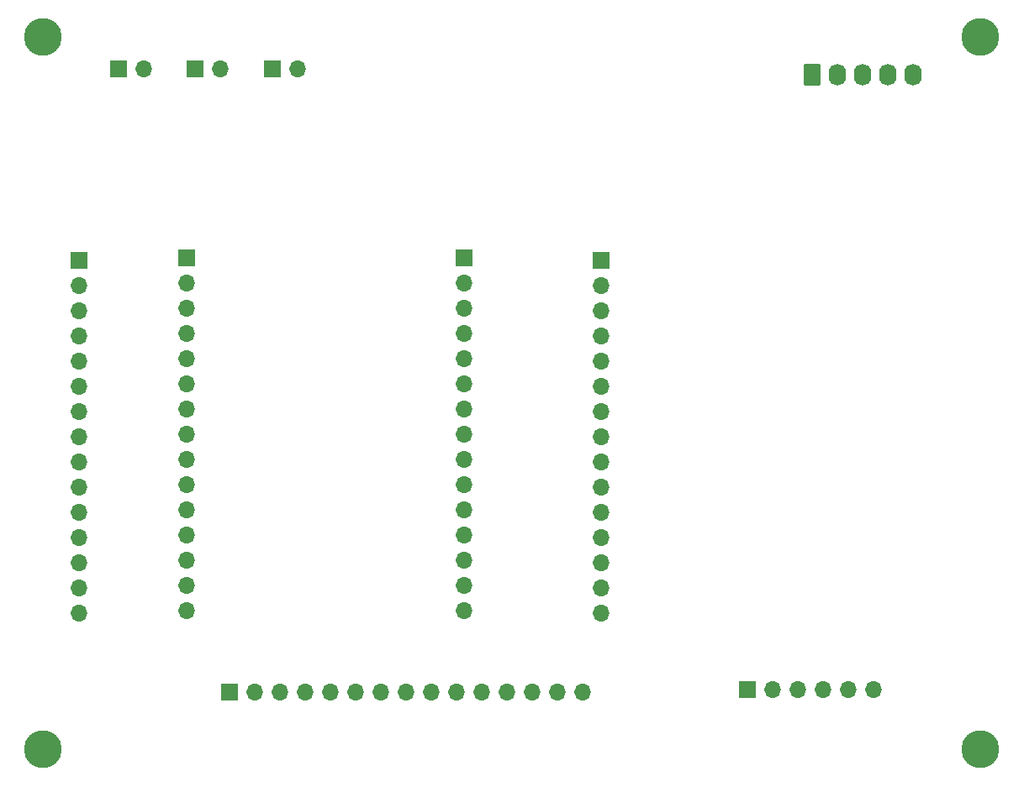
<source format=gbr>
%TF.GenerationSoftware,KiCad,Pcbnew,8.0.1*%
%TF.CreationDate,2025-04-29T19:59:47+01:00*%
%TF.ProjectId,Interpose,496e7465-7270-46f7-9365-2e6b69636164,V1*%
%TF.SameCoordinates,Original*%
%TF.FileFunction,Soldermask,Bot*%
%TF.FilePolarity,Negative*%
%FSLAX46Y46*%
G04 Gerber Fmt 4.6, Leading zero omitted, Abs format (unit mm)*
G04 Created by KiCad (PCBNEW 8.0.1) date 2025-04-29 19:59:47*
%MOMM*%
%LPD*%
G01*
G04 APERTURE LIST*
G04 Aperture macros list*
%AMRoundRect*
0 Rectangle with rounded corners*
0 $1 Rounding radius*
0 $2 $3 $4 $5 $6 $7 $8 $9 X,Y pos of 4 corners*
0 Add a 4 corners polygon primitive as box body*
4,1,4,$2,$3,$4,$5,$6,$7,$8,$9,$2,$3,0*
0 Add four circle primitives for the rounded corners*
1,1,$1+$1,$2,$3*
1,1,$1+$1,$4,$5*
1,1,$1+$1,$6,$7*
1,1,$1+$1,$8,$9*
0 Add four rect primitives between the rounded corners*
20,1,$1+$1,$2,$3,$4,$5,0*
20,1,$1+$1,$4,$5,$6,$7,0*
20,1,$1+$1,$6,$7,$8,$9,0*
20,1,$1+$1,$8,$9,$2,$3,0*%
G04 Aperture macros list end*
%ADD10R,1.700000X1.700000*%
%ADD11O,1.700000X1.700000*%
%ADD12C,3.800000*%
%ADD13RoundRect,0.250000X-0.620000X-0.845000X0.620000X-0.845000X0.620000X0.845000X-0.620000X0.845000X0*%
%ADD14O,1.740000X2.190000*%
G04 APERTURE END LIST*
D10*
%TO.C,J8*%
X72000000Y-79875000D03*
D11*
X72000000Y-82415000D03*
X72000000Y-84955000D03*
X72000000Y-87495000D03*
X72000000Y-90035000D03*
X72000000Y-92575000D03*
X72000000Y-95115000D03*
X72000000Y-97655000D03*
X72000000Y-100195000D03*
X72000000Y-102735000D03*
X72000000Y-105275000D03*
X72000000Y-107815000D03*
X72000000Y-110355000D03*
X72000000Y-112895000D03*
X72000000Y-115435000D03*
%TD*%
D12*
%TO.C,H2*%
X162800000Y-57404000D03*
%TD*%
%TO.C,H3*%
X68400000Y-129200000D03*
%TD*%
D10*
%TO.C,J2*%
X83725000Y-60600000D03*
D11*
X86265000Y-60600000D03*
%TD*%
D12*
%TO.C,H4*%
X162800000Y-129200000D03*
%TD*%
D10*
%TO.C,J7*%
X110800000Y-79625000D03*
D11*
X110800000Y-82165000D03*
X110800000Y-84705000D03*
X110800000Y-87245000D03*
X110800000Y-89785000D03*
X110800000Y-92325000D03*
X110800000Y-94865000D03*
X110800000Y-97405000D03*
X110800000Y-99945000D03*
X110800000Y-102485000D03*
X110800000Y-105025000D03*
X110800000Y-107565000D03*
X110800000Y-110105000D03*
X110800000Y-112645000D03*
X110800000Y-115185000D03*
%TD*%
D10*
%TO.C,J10*%
X139300000Y-123204000D03*
D11*
X141840000Y-123204000D03*
X144380000Y-123204000D03*
X146920000Y-123204000D03*
X149460000Y-123204000D03*
X152000000Y-123204000D03*
%TD*%
D10*
%TO.C,J6*%
X82880000Y-79625000D03*
D11*
X82880000Y-82165000D03*
X82880000Y-84705000D03*
X82880000Y-87245000D03*
X82880000Y-89785000D03*
X82880000Y-92325000D03*
X82880000Y-94865000D03*
X82880000Y-97405000D03*
X82880000Y-99945000D03*
X82880000Y-102485000D03*
X82880000Y-105025000D03*
X82880000Y-107565000D03*
X82880000Y-110105000D03*
X82880000Y-112645000D03*
X82880000Y-115185000D03*
%TD*%
D10*
%TO.C,J5*%
X87190000Y-123400000D03*
D11*
X89730000Y-123400000D03*
X92270000Y-123400000D03*
X94810000Y-123400000D03*
X97350000Y-123400000D03*
X99890000Y-123400000D03*
X102430000Y-123400000D03*
X104970000Y-123400000D03*
X107510000Y-123400000D03*
X110050000Y-123400000D03*
X112590000Y-123400000D03*
X115130000Y-123400000D03*
X117670000Y-123400000D03*
X120210000Y-123400000D03*
X122750000Y-123400000D03*
%TD*%
D10*
%TO.C,J1*%
X76000000Y-60600000D03*
D11*
X78540000Y-60600000D03*
%TD*%
D12*
%TO.C,H1*%
X68400000Y-57404000D03*
%TD*%
D13*
%TO.C,J4*%
X145840000Y-61200000D03*
D14*
X148380000Y-61200000D03*
X150920000Y-61200000D03*
X153460000Y-61200000D03*
X156000000Y-61200000D03*
%TD*%
D10*
%TO.C,J9*%
X124600000Y-79875000D03*
D11*
X124600000Y-82415000D03*
X124600000Y-84955000D03*
X124600000Y-87495000D03*
X124600000Y-90035000D03*
X124600000Y-92575000D03*
X124600000Y-95115000D03*
X124600000Y-97655000D03*
X124600000Y-100195000D03*
X124600000Y-102735000D03*
X124600000Y-105275000D03*
X124600000Y-107815000D03*
X124600000Y-110355000D03*
X124600000Y-112895000D03*
X124600000Y-115435000D03*
%TD*%
D10*
%TO.C,J3*%
X91460000Y-60600000D03*
D11*
X94000000Y-60600000D03*
%TD*%
M02*

</source>
